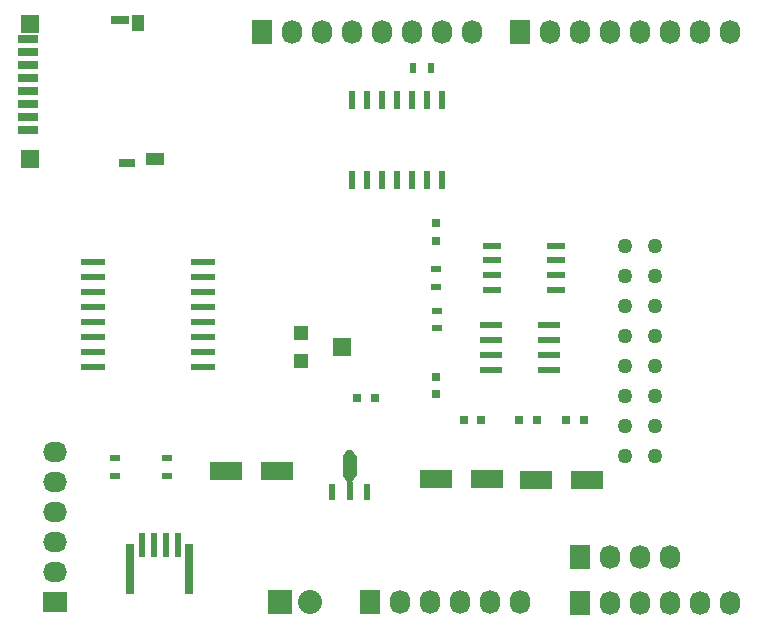
<source format=gts>
G04 #@! TF.FileFunction,Soldermask,Top*
%FSLAX46Y46*%
G04 Gerber Fmt 4.6, Leading zero omitted, Abs format (unit mm)*
G04 Created by KiCad (PCBNEW (2014-12-28 BZR 5260)-product) date Monday, January 05, 2015 'AMt' 10:18:13 AM*
%MOMM*%
G01*
G04 APERTURE LIST*
%ADD10C,0.152400*%
%ADD11R,1.750000X0.700000*%
%ADD12R,1.500000X1.500000*%
%ADD13R,1.500000X0.800000*%
%ADD14R,1.400000X0.800000*%
%ADD15R,1.550000X1.000000*%
%ADD16R,1.000000X1.450000*%
%ADD17C,1.270000*%
%ADD18R,2.800000X1.600000*%
%ADD19R,0.800000X0.750000*%
%ADD20R,0.750000X0.800000*%
%ADD21R,0.900000X0.500000*%
%ADD22R,0.500000X0.900000*%
%ADD23R,1.727200X2.032000*%
%ADD24O,1.727200X2.032000*%
%ADD25R,2.032000X2.032000*%
%ADD26O,2.032000X2.032000*%
%ADD27R,1.600000X0.600000*%
%ADD28R,0.500000X1.500000*%
%ADD29R,0.480000X1.400000*%
%ADD30R,0.560000X1.550000*%
%ADD31R,1.200000X1.800000*%
%ADD32R,2.032000X1.727200*%
%ADD33O,2.032000X1.727200*%
%ADD34R,0.600000X2.000000*%
%ADD35R,0.700000X4.200000*%
%ADD36R,1.500000X1.600000*%
%ADD37R,1.200000X1.200000*%
%ADD38R,1.970000X0.570000*%
%ADD39R,2.050000X0.590000*%
G04 APERTURE END LIST*
D10*
D11*
X134913500Y-97196500D03*
X134913500Y-96096500D03*
X134913500Y-94996500D03*
X134913500Y-93896500D03*
X134913500Y-92796500D03*
X134913500Y-91696500D03*
X134913500Y-90596500D03*
X134913500Y-89496500D03*
D12*
X135013500Y-88196500D03*
X135013500Y-99646500D03*
D13*
X142693500Y-87846500D03*
D14*
X143263500Y-99996500D03*
D15*
X145663500Y-99646500D03*
D16*
X144163500Y-88146500D03*
D17*
X185420000Y-124777500D03*
X187960000Y-124777500D03*
X185420000Y-122237500D03*
X187960000Y-122237500D03*
X185420000Y-119697500D03*
X187960000Y-119697500D03*
X185420000Y-117157500D03*
X187960000Y-117157500D03*
X185420000Y-114617500D03*
X187960000Y-114617500D03*
X185420000Y-112077500D03*
X187960000Y-112077500D03*
X185420000Y-109537500D03*
X187960000Y-109537500D03*
X185420000Y-106997500D03*
X187960000Y-106997500D03*
D18*
X182186000Y-126846000D03*
X177886000Y-126846000D03*
X173702400Y-126744400D03*
X169402400Y-126744400D03*
X155973200Y-126033200D03*
X151673200Y-126033200D03*
D19*
X173266800Y-121716800D03*
X171766800Y-121716800D03*
X180453600Y-121716800D03*
X181953600Y-121716800D03*
X162724400Y-119837200D03*
X164224400Y-119837200D03*
D20*
X169418000Y-118058500D03*
X169418000Y-119558500D03*
X169418000Y-105041000D03*
X169418000Y-106541000D03*
D21*
X142240000Y-126480000D03*
X142240000Y-124980000D03*
X146685000Y-126480000D03*
X146685000Y-124980000D03*
X169418000Y-110478000D03*
X169418000Y-108978000D03*
X169468800Y-113983200D03*
X169468800Y-112483200D03*
D22*
X168961500Y-91948000D03*
X167461500Y-91948000D03*
D23*
X154686000Y-88900000D03*
D24*
X157226000Y-88900000D03*
X159766000Y-88900000D03*
X162306000Y-88900000D03*
X164846000Y-88900000D03*
X167386000Y-88900000D03*
X169926000Y-88900000D03*
X172466000Y-88900000D03*
D23*
X181610000Y-133350000D03*
D24*
X184150000Y-133350000D03*
X186690000Y-133350000D03*
X189230000Y-133350000D03*
D25*
X156210000Y-137160000D03*
D26*
X158750000Y-137160000D03*
D23*
X163830000Y-137160000D03*
D24*
X166370000Y-137160000D03*
X168910000Y-137160000D03*
X171450000Y-137160000D03*
X173990000Y-137160000D03*
X176530000Y-137160000D03*
D23*
X181610000Y-137223500D03*
D24*
X184150000Y-137223500D03*
X186690000Y-137223500D03*
X189230000Y-137223500D03*
X191770000Y-137223500D03*
X194310000Y-137223500D03*
D27*
X174147500Y-110714000D03*
X179547500Y-110714000D03*
X174147500Y-109464000D03*
X174147500Y-108214000D03*
X174147500Y-106964000D03*
X179547500Y-109464000D03*
X179547500Y-108214000D03*
X179547500Y-106964000D03*
D28*
X169916000Y-94629000D03*
X168646000Y-94629000D03*
X167376000Y-94629000D03*
X166106000Y-94629000D03*
X164836000Y-94629000D03*
X163566000Y-94629000D03*
X162296000Y-94629000D03*
X162296000Y-101379000D03*
X163566000Y-101379000D03*
X164836000Y-101379000D03*
X166106000Y-101379000D03*
X167376000Y-101379000D03*
X168646000Y-101379000D03*
X169916000Y-101379000D03*
D19*
X176440400Y-121716800D03*
X177940400Y-121716800D03*
D29*
X160601660Y-127784860D03*
D30*
X162102800Y-127733200D03*
D29*
X163603940Y-127784860D03*
D31*
X162102800Y-125633200D03*
D10*
G36*
X162652800Y-126483200D02*
X162352800Y-126983200D01*
X161852800Y-126983200D01*
X161552800Y-126483200D01*
X162652800Y-126483200D01*
X162652800Y-126483200D01*
G37*
G36*
X161552800Y-124783200D02*
X161852800Y-124283200D01*
X162352800Y-124283200D01*
X162652800Y-124783200D01*
X161552800Y-124783200D01*
X161552800Y-124783200D01*
G37*
D23*
X176530000Y-88900000D03*
D24*
X179070000Y-88900000D03*
X181610000Y-88900000D03*
X184150000Y-88900000D03*
X186690000Y-88900000D03*
X189230000Y-88900000D03*
X191770000Y-88900000D03*
X194310000Y-88900000D03*
D32*
X137160000Y-137160000D03*
D33*
X137160000Y-134620000D03*
X137160000Y-132080000D03*
X137160000Y-129540000D03*
X137160000Y-127000000D03*
X137160000Y-124460000D03*
D34*
X145550000Y-132350000D03*
X144550000Y-132350000D03*
X146550000Y-132350000D03*
X147550000Y-132350000D03*
D35*
X143550000Y-134350000D03*
X148550000Y-134350000D03*
D36*
X161470000Y-115570000D03*
D37*
X158020000Y-114370000D03*
X158020000Y-116770000D03*
D38*
X179005000Y-113665000D03*
X179005000Y-114935000D03*
X179005000Y-116205000D03*
X179005000Y-117475000D03*
X174055000Y-113665000D03*
X174055000Y-114935000D03*
X174055000Y-116205000D03*
X174055000Y-117475000D03*
D39*
X149733000Y-117221000D03*
X149733000Y-115951000D03*
X149733000Y-114681000D03*
X149733000Y-113411000D03*
X149733000Y-112141000D03*
X149733000Y-110871000D03*
X149733000Y-109601000D03*
X149733000Y-108331000D03*
X140423000Y-108331000D03*
X140423000Y-109601000D03*
X140423000Y-110871000D03*
X140423000Y-112141000D03*
X140423000Y-113411000D03*
X140423000Y-114681000D03*
X140423000Y-115951000D03*
X140423000Y-117221000D03*
M02*

</source>
